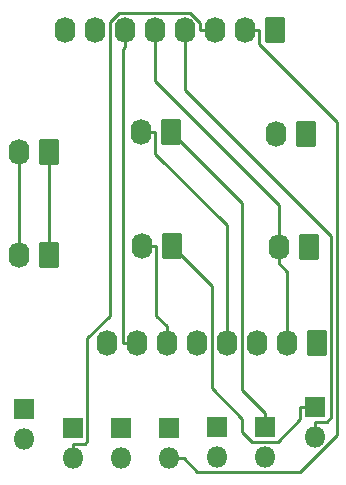
<source format=gbr>
%TF.GenerationSoftware,KiCad,Pcbnew,7.0.9*%
%TF.CreationDate,2023-11-26T05:55:09+10:00*%
%TF.ProjectId,AUDIO-KEYPAD,41554449-4f2d-44b4-9559-5041442e6b69,rev?*%
%TF.SameCoordinates,Original*%
%TF.FileFunction,Copper,L1,Top*%
%TF.FilePolarity,Positive*%
%FSLAX46Y46*%
G04 Gerber Fmt 4.6, Leading zero omitted, Abs format (unit mm)*
G04 Created by KiCad (PCBNEW 7.0.9) date 2023-11-26 05:55:09*
%MOMM*%
%LPD*%
G01*
G04 APERTURE LIST*
G04 Aperture macros list*
%AMRoundRect*
0 Rectangle with rounded corners*
0 $1 Rounding radius*
0 $2 $3 $4 $5 $6 $7 $8 $9 X,Y pos of 4 corners*
0 Add a 4 corners polygon primitive as box body*
4,1,4,$2,$3,$4,$5,$6,$7,$8,$9,$2,$3,0*
0 Add four circle primitives for the rounded corners*
1,1,$1+$1,$2,$3*
1,1,$1+$1,$4,$5*
1,1,$1+$1,$6,$7*
1,1,$1+$1,$8,$9*
0 Add four rect primitives between the rounded corners*
20,1,$1+$1,$2,$3,$4,$5,0*
20,1,$1+$1,$4,$5,$6,$7,0*
20,1,$1+$1,$6,$7,$8,$9,0*
20,1,$1+$1,$8,$9,$2,$3,0*%
G04 Aperture macros list end*
%TA.AperFunction,ComponentPad*%
%ADD10R,1.800000X1.800000*%
%TD*%
%TA.AperFunction,ComponentPad*%
%ADD11O,1.800000X1.800000*%
%TD*%
%TA.AperFunction,ComponentPad*%
%ADD12RoundRect,0.250000X0.620000X0.845000X-0.620000X0.845000X-0.620000X-0.845000X0.620000X-0.845000X0*%
%TD*%
%TA.AperFunction,ComponentPad*%
%ADD13O,1.740000X2.190000*%
%TD*%
%TA.AperFunction,Conductor*%
%ADD14C,0.250000*%
%TD*%
G04 APERTURE END LIST*
D10*
%TO.P,D7,1,K*%
%TO.N,Net-(D7-K)*%
X118410000Y-100750000D03*
D11*
%TO.P,D7,2,A*%
%TO.N,/COL3*%
X118410000Y-103290000D03*
%TD*%
D10*
%TO.P,D6,1,K*%
%TO.N,Net-(D6-K)*%
X122485000Y-100750000D03*
D11*
%TO.P,D6,2,A*%
%TO.N,/COL3*%
X122485000Y-103290000D03*
%TD*%
D10*
%TO.P,D5,1,K*%
%TO.N,Net-(D5-K)*%
X126670000Y-98980000D03*
D11*
%TO.P,D5,2,A*%
%TO.N,/COL3*%
X126670000Y-101520000D03*
%TD*%
D10*
%TO.P,D4,1,K*%
%TO.N,Net-(D4-K)*%
X102060000Y-99170000D03*
D11*
%TO.P,D4,2,A*%
%TO.N,/COL3*%
X102060000Y-101710000D03*
%TD*%
D10*
%TO.P,D3,1,K*%
%TO.N,/COL2_POSTDIODE*%
X106185000Y-100830000D03*
D11*
%TO.P,D3,2,A*%
%TO.N,/COL2*%
X106185000Y-103370000D03*
%TD*%
D10*
%TO.P,D2,1,K*%
%TO.N,/COL1_POSTDIODE*%
X114335000Y-100805000D03*
D11*
%TO.P,D2,2,A*%
%TO.N,/COL1*%
X114335000Y-103345000D03*
%TD*%
%TO.P,D1,2,A*%
%TO.N,/COL0*%
X110260000Y-103340000D03*
D10*
%TO.P,D1,1,K*%
%TO.N,/COL0_POSTDIODE*%
X110260000Y-100800000D03*
%TD*%
D12*
%TO.P,SW16,1,1*%
%TO.N,Net-(D7-K)*%
X125960000Y-75940000D03*
D13*
%TO.P,SW16,2,2*%
%TO.N,/ROW1*%
X123420000Y-75940000D03*
%TD*%
D12*
%TO.P,SW15,1,1*%
%TO.N,Net-(D6-K)*%
X114520000Y-75740000D03*
D13*
%TO.P,SW15,2,2*%
%TO.N,/ROW3*%
X111980000Y-75740000D03*
%TD*%
D12*
%TO.P,SW14,1,1*%
%TO.N,Net-(D5-K)*%
X114590000Y-85390000D03*
D13*
%TO.P,SW14,2,2*%
%TO.N,/ROW2*%
X112050000Y-85390000D03*
%TD*%
D12*
%TO.P,SW13,1,1*%
%TO.N,Net-(D4-K)*%
X126160000Y-85450000D03*
D13*
%TO.P,SW13,2,2*%
%TO.N,/ROW0*%
X123620000Y-85450000D03*
%TD*%
D12*
%TO.P,J4,1,Pin_1*%
%TO.N,/COL0*%
X123270000Y-67110000D03*
D13*
%TO.P,J4,2,Pin_2*%
%TO.N,/COL1*%
X120730000Y-67110000D03*
%TO.P,J4,3,Pin_3*%
%TO.N,/COL2*%
X118190000Y-67110000D03*
%TO.P,J4,4,Pin_4*%
%TO.N,/COL3*%
X115650000Y-67110000D03*
%TO.P,J4,5,Pin_5*%
%TO.N,/ROW0*%
X113110000Y-67110000D03*
%TO.P,J4,6,Pin_6*%
%TO.N,/ROW1*%
X110570000Y-67110000D03*
%TO.P,J4,7,Pin_7*%
%TO.N,/ROW2*%
X108030000Y-67110000D03*
%TO.P,J4,8,Pin_8*%
%TO.N,/ROW3*%
X105490000Y-67110000D03*
%TD*%
D12*
%TO.P,J3,1,Pin_1*%
%TO.N,/COL1_POSTDIODE*%
X126850000Y-93600000D03*
D13*
%TO.P,J3,2,Pin_2*%
%TO.N,/ROW0*%
X124310000Y-93600000D03*
%TO.P,J3,3,Pin_3*%
%TO.N,/COL0_POSTDIODE*%
X121770000Y-93600000D03*
%TO.P,J3,4,Pin_4*%
%TO.N,/ROW3*%
X119230000Y-93600000D03*
%TO.P,J3,5,Pin_5*%
%TO.N,/COL2_POSTDIODE*%
X116690000Y-93600000D03*
%TO.P,J3,6,Pin_6*%
%TO.N,/ROW2*%
X114150000Y-93600000D03*
%TO.P,J3,7,Pin_7*%
%TO.N,/ROW1*%
X111610000Y-93600000D03*
%TO.P,J3,8,Pin_8*%
%TO.N,unconnected-(J3-Pin_8-Pad8)*%
X109070000Y-93600000D03*
%TD*%
D12*
%TO.P,J2,1,Pin_1*%
%TO.N,Net-(J1-Pin_1)*%
X104130000Y-86170000D03*
D13*
%TO.P,J2,2,Pin_2*%
%TO.N,Net-(J1-Pin_2)*%
X101590000Y-86170000D03*
%TD*%
D12*
%TO.P,J1,1,Pin_1*%
%TO.N,Net-(J1-Pin_1)*%
X104200000Y-77450000D03*
D13*
%TO.P,J1,2,Pin_2*%
%TO.N,Net-(J1-Pin_2)*%
X101660000Y-77450000D03*
%TD*%
D14*
%TO.N,Net-(J1-Pin_2)*%
X101590000Y-78940300D02*
X101590000Y-86170000D01*
X101660000Y-78870300D02*
X101590000Y-78940300D01*
X101660000Y-77450000D02*
X101660000Y-78870300D01*
%TO.N,Net-(J1-Pin_1)*%
X104130000Y-77520000D02*
X104130000Y-86170000D01*
X104200000Y-77450000D02*
X104130000Y-77520000D01*
%TO.N,Net-(D6-K)*%
X120500000Y-97539700D02*
X122485000Y-99524700D01*
X120500000Y-81720000D02*
X120500000Y-97539700D01*
X114520000Y-75740000D02*
X120500000Y-81720000D01*
X122485000Y-100750000D02*
X122485000Y-99524700D01*
%TO.N,Net-(D5-K)*%
X125444700Y-100052100D02*
X125444700Y-98980000D01*
X123521400Y-101975400D02*
X125444700Y-100052100D01*
X121375200Y-101975400D02*
X123521400Y-101975400D01*
X120544800Y-101145000D02*
X121375200Y-101975400D01*
X120544800Y-100019800D02*
X120544800Y-101145000D01*
X117960000Y-97435000D02*
X120544800Y-100019800D01*
X117960000Y-88760000D02*
X117960000Y-97435000D01*
X114590000Y-85390000D02*
X117960000Y-88760000D01*
X126670000Y-98980000D02*
X125444700Y-98980000D01*
%TO.N,/ROW3*%
X111980000Y-75740000D02*
X113175300Y-75740000D01*
X119230000Y-83626800D02*
X119230000Y-93600000D01*
X113175300Y-77572100D02*
X119230000Y-83626800D01*
X113175300Y-75740000D02*
X113175300Y-77572100D01*
%TO.N,/ROW2*%
X113245300Y-91275000D02*
X113245300Y-85390000D01*
X114150000Y-92179700D02*
X113245300Y-91275000D01*
X112050000Y-85390000D02*
X113245300Y-85390000D01*
X114150000Y-93600000D02*
X114150000Y-92179700D01*
%TO.N,/ROW1*%
X110414700Y-68685600D02*
X110570000Y-68530300D01*
X110414700Y-93600000D02*
X110414700Y-68685600D01*
X111610000Y-93600000D02*
X110414700Y-93600000D01*
X110570000Y-67110000D02*
X110570000Y-68530300D01*
%TO.N,/ROW0*%
X124310000Y-87560300D02*
X123620000Y-86870300D01*
X124310000Y-93600000D02*
X124310000Y-87560300D01*
X123620000Y-85450000D02*
X123620000Y-86870300D01*
X123620000Y-81936800D02*
X123620000Y-85450000D01*
X113110000Y-71426800D02*
X123620000Y-81936800D01*
X113110000Y-67110000D02*
X113110000Y-71426800D01*
%TO.N,/COL3*%
X126670000Y-101520000D02*
X126670000Y-100294700D01*
X127665600Y-100294700D02*
X126670000Y-100294700D01*
X128075900Y-99884400D02*
X127665600Y-100294700D01*
X128075900Y-84574700D02*
X128075900Y-99884400D01*
X115650000Y-72148800D02*
X128075900Y-84574700D01*
X115650000Y-67110000D02*
X115650000Y-72148800D01*
%TO.N,/COL2*%
X107180600Y-102144700D02*
X106185000Y-102144700D01*
X107410300Y-101915000D02*
X107180600Y-102144700D01*
X107410300Y-93165900D02*
X107410300Y-101915000D01*
X109300000Y-91276200D02*
X107410300Y-93165900D01*
X109300000Y-66428800D02*
X109300000Y-91276200D01*
X110088400Y-65640400D02*
X109300000Y-66428800D01*
X116122700Y-65640400D02*
X110088400Y-65640400D01*
X116994700Y-66512400D02*
X116122700Y-65640400D01*
X116994700Y-67110000D02*
X116994700Y-66512400D01*
X118190000Y-67110000D02*
X116994700Y-67110000D01*
X106185000Y-103370000D02*
X106185000Y-102144700D01*
%TO.N,/COL1*%
X116735800Y-104520500D02*
X115560300Y-103345000D01*
X125407700Y-104520500D02*
X116735800Y-104520500D01*
X128526300Y-101401900D02*
X125407700Y-104520500D01*
X128526300Y-74906300D02*
X128526300Y-101401900D01*
X121925300Y-68305300D02*
X128526300Y-74906300D01*
X121925300Y-67110000D02*
X121925300Y-68305300D01*
X120730000Y-67110000D02*
X121925300Y-67110000D01*
X114335000Y-103345000D02*
X115560300Y-103345000D01*
%TD*%
M02*

</source>
